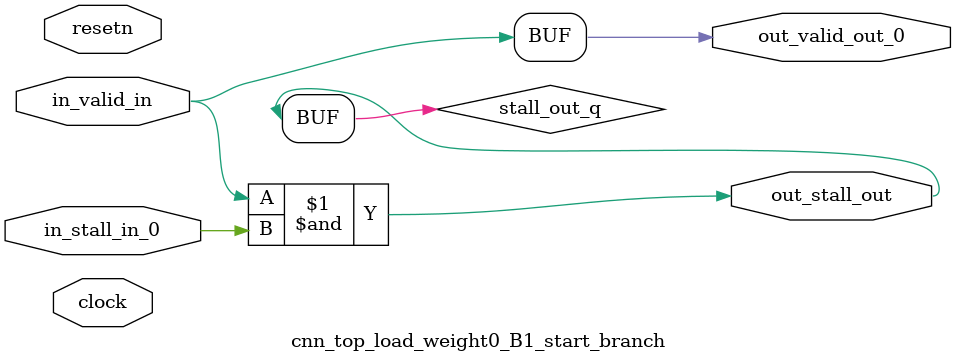
<source format=sv>



(* altera_attribute = "-name AUTO_SHIFT_REGISTER_RECOGNITION OFF; -name MESSAGE_DISABLE 10036; -name MESSAGE_DISABLE 10037; -name MESSAGE_DISABLE 14130; -name MESSAGE_DISABLE 14320; -name MESSAGE_DISABLE 15400; -name MESSAGE_DISABLE 14130; -name MESSAGE_DISABLE 10036; -name MESSAGE_DISABLE 12020; -name MESSAGE_DISABLE 12030; -name MESSAGE_DISABLE 12010; -name MESSAGE_DISABLE 12110; -name MESSAGE_DISABLE 14320; -name MESSAGE_DISABLE 13410; -name MESSAGE_DISABLE 113007; -name MESSAGE_DISABLE 10958" *)
module cnn_top_load_weight0_B1_start_branch (
    input wire [0:0] in_stall_in_0,
    input wire [0:0] in_valid_in,
    output wire [0:0] out_stall_out,
    output wire [0:0] out_valid_out_0,
    input wire clock,
    input wire resetn
    );

    wire [0:0] stall_out_q;


    // stall_out(LOGICAL,6)
    assign stall_out_q = in_valid_in & in_stall_in_0;

    // out_stall_out(GPOUT,4)
    assign out_stall_out = stall_out_q;

    // out_valid_out_0(GPOUT,5)
    assign out_valid_out_0 = in_valid_in;

endmodule

</source>
